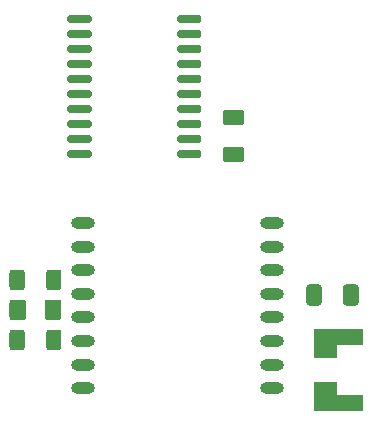
<source format=gtp>
%TF.GenerationSoftware,KiCad,Pcbnew,(5.1.10)-1*%
%TF.CreationDate,2021-12-26T22:15:38+01:00*%
%TF.ProjectId,LORA_ATTINY_v3,4c4f5241-5f41-4545-9449-4e595f76332e,rev?*%
%TF.SameCoordinates,Original*%
%TF.FileFunction,Paste,Top*%
%TF.FilePolarity,Positive*%
%FSLAX46Y46*%
G04 Gerber Fmt 4.6, Leading zero omitted, Abs format (unit mm)*
G04 Created by KiCad (PCBNEW (5.1.10)-1) date 2021-12-26 22:15:38*
%MOMM*%
%LPD*%
G01*
G04 APERTURE LIST*
%ADD10C,0.100000*%
%ADD11O,2.000000X1.000000*%
G04 APERTURE END LIST*
D10*
%TO.C,ANT1*%
G36*
X83973800Y-75728280D02*
G01*
X83973800Y-76828280D01*
X86173800Y-76828280D01*
X86173800Y-78178280D01*
X81973800Y-78178280D01*
X81973800Y-75728280D01*
X83973800Y-75728280D01*
G37*
G36*
X86173800Y-71176600D02*
G01*
X86173800Y-72526600D01*
X83973800Y-72526600D01*
X83973800Y-73626600D01*
X81973800Y-73626600D01*
X81973800Y-71176600D01*
X86173800Y-71176600D01*
G37*
%TD*%
%TO.C,C1*%
G36*
G01*
X75834003Y-57089000D02*
X74533997Y-57089000D01*
G75*
G02*
X74284000Y-56839003I0J249997D01*
G01*
X74284000Y-56013997D01*
G75*
G02*
X74533997Y-55764000I249997J0D01*
G01*
X75834003Y-55764000D01*
G75*
G02*
X76084000Y-56013997I0J-249997D01*
G01*
X76084000Y-56839003D01*
G75*
G02*
X75834003Y-57089000I-249997J0D01*
G01*
G37*
G36*
G01*
X75834003Y-53964000D02*
X74533997Y-53964000D01*
G75*
G02*
X74284000Y-53714003I0J249997D01*
G01*
X74284000Y-52888997D01*
G75*
G02*
X74533997Y-52639000I249997J0D01*
G01*
X75834003Y-52639000D01*
G75*
G02*
X76084000Y-52888997I0J-249997D01*
G01*
X76084000Y-53714003D01*
G75*
G02*
X75834003Y-53964000I-249997J0D01*
G01*
G37*
%TD*%
%TO.C,C2*%
G36*
G01*
X84466000Y-68976003D02*
X84466000Y-67675997D01*
G75*
G02*
X84715997Y-67426000I249997J0D01*
G01*
X85541003Y-67426000D01*
G75*
G02*
X85791000Y-67675997I0J-249997D01*
G01*
X85791000Y-68976003D01*
G75*
G02*
X85541003Y-69226000I-249997J0D01*
G01*
X84715997Y-69226000D01*
G75*
G02*
X84466000Y-68976003I0J249997D01*
G01*
G37*
G36*
G01*
X81341000Y-68976003D02*
X81341000Y-67675997D01*
G75*
G02*
X81590997Y-67426000I249997J0D01*
G01*
X82416003Y-67426000D01*
G75*
G02*
X82666000Y-67675997I0J-249997D01*
G01*
X82666000Y-68976003D01*
G75*
G02*
X82416003Y-69226000I-249997J0D01*
G01*
X81590997Y-69226000D01*
G75*
G02*
X81341000Y-68976003I0J249997D01*
G01*
G37*
%TD*%
%TO.C,D1*%
G36*
G01*
X60620000Y-68971000D02*
X60620000Y-70221000D01*
G75*
G02*
X60370000Y-70471000I-250000J0D01*
G01*
X59445000Y-70471000D01*
G75*
G02*
X59195000Y-70221000I0J250000D01*
G01*
X59195000Y-68971000D01*
G75*
G02*
X59445000Y-68721000I250000J0D01*
G01*
X60370000Y-68721000D01*
G75*
G02*
X60620000Y-68971000I0J-250000D01*
G01*
G37*
G36*
G01*
X57645000Y-68971000D02*
X57645000Y-70221000D01*
G75*
G02*
X57395000Y-70471000I-250000J0D01*
G01*
X56470000Y-70471000D01*
G75*
G02*
X56220000Y-70221000I0J250000D01*
G01*
X56220000Y-68971000D01*
G75*
G02*
X56470000Y-68721000I250000J0D01*
G01*
X57395000Y-68721000D01*
G75*
G02*
X57645000Y-68971000I0J-250000D01*
G01*
G37*
%TD*%
%TO.C,R1*%
G36*
G01*
X59320000Y-67681001D02*
X59320000Y-66430999D01*
G75*
G02*
X59569999Y-66181000I249999J0D01*
G01*
X60370001Y-66181000D01*
G75*
G02*
X60620000Y-66430999I0J-249999D01*
G01*
X60620000Y-67681001D01*
G75*
G02*
X60370001Y-67931000I-249999J0D01*
G01*
X59569999Y-67931000D01*
G75*
G02*
X59320000Y-67681001I0J249999D01*
G01*
G37*
G36*
G01*
X56220000Y-67681001D02*
X56220000Y-66430999D01*
G75*
G02*
X56469999Y-66181000I249999J0D01*
G01*
X57270001Y-66181000D01*
G75*
G02*
X57520000Y-66430999I0J-249999D01*
G01*
X57520000Y-67681001D01*
G75*
G02*
X57270001Y-67931000I-249999J0D01*
G01*
X56469999Y-67931000D01*
G75*
G02*
X56220000Y-67681001I0J249999D01*
G01*
G37*
%TD*%
%TO.C,R2*%
G36*
G01*
X60620000Y-71510999D02*
X60620000Y-72761001D01*
G75*
G02*
X60370001Y-73011000I-249999J0D01*
G01*
X59569999Y-73011000D01*
G75*
G02*
X59320000Y-72761001I0J249999D01*
G01*
X59320000Y-71510999D01*
G75*
G02*
X59569999Y-71261000I249999J0D01*
G01*
X60370001Y-71261000D01*
G75*
G02*
X60620000Y-71510999I0J-249999D01*
G01*
G37*
G36*
G01*
X57520000Y-71510999D02*
X57520000Y-72761001D01*
G75*
G02*
X57270001Y-73011000I-249999J0D01*
G01*
X56469999Y-73011000D01*
G75*
G02*
X56220000Y-72761001I0J249999D01*
G01*
X56220000Y-71510999D01*
G75*
G02*
X56469999Y-71261000I249999J0D01*
G01*
X57270001Y-71261000D01*
G75*
G02*
X57520000Y-71510999I0J-249999D01*
G01*
G37*
%TD*%
D11*
%TO.C,RFM95*%
X62484000Y-62230000D03*
X62484000Y-64230000D03*
X62484000Y-66230000D03*
X62484000Y-68230000D03*
X62484000Y-70230000D03*
X62484000Y-72230000D03*
X62484000Y-74230000D03*
X62484000Y-76230000D03*
X78484000Y-76230000D03*
X78484000Y-74230000D03*
X78484000Y-72230000D03*
X78484000Y-70230000D03*
X78484000Y-68230000D03*
X78484000Y-66230000D03*
X78484000Y-64230000D03*
X78484000Y-62230000D03*
%TD*%
%TO.C,ATTiny 3216*%
G36*
G01*
X72477000Y-56238000D02*
X72477000Y-56538000D01*
G75*
G02*
X72327000Y-56688000I-150000J0D01*
G01*
X70577000Y-56688000D01*
G75*
G02*
X70427000Y-56538000I0J150000D01*
G01*
X70427000Y-56238000D01*
G75*
G02*
X70577000Y-56088000I150000J0D01*
G01*
X72327000Y-56088000D01*
G75*
G02*
X72477000Y-56238000I0J-150000D01*
G01*
G37*
G36*
G01*
X72477000Y-54968000D02*
X72477000Y-55268000D01*
G75*
G02*
X72327000Y-55418000I-150000J0D01*
G01*
X70577000Y-55418000D01*
G75*
G02*
X70427000Y-55268000I0J150000D01*
G01*
X70427000Y-54968000D01*
G75*
G02*
X70577000Y-54818000I150000J0D01*
G01*
X72327000Y-54818000D01*
G75*
G02*
X72477000Y-54968000I0J-150000D01*
G01*
G37*
G36*
G01*
X72477000Y-53698000D02*
X72477000Y-53998000D01*
G75*
G02*
X72327000Y-54148000I-150000J0D01*
G01*
X70577000Y-54148000D01*
G75*
G02*
X70427000Y-53998000I0J150000D01*
G01*
X70427000Y-53698000D01*
G75*
G02*
X70577000Y-53548000I150000J0D01*
G01*
X72327000Y-53548000D01*
G75*
G02*
X72477000Y-53698000I0J-150000D01*
G01*
G37*
G36*
G01*
X72477000Y-52428000D02*
X72477000Y-52728000D01*
G75*
G02*
X72327000Y-52878000I-150000J0D01*
G01*
X70577000Y-52878000D01*
G75*
G02*
X70427000Y-52728000I0J150000D01*
G01*
X70427000Y-52428000D01*
G75*
G02*
X70577000Y-52278000I150000J0D01*
G01*
X72327000Y-52278000D01*
G75*
G02*
X72477000Y-52428000I0J-150000D01*
G01*
G37*
G36*
G01*
X72477000Y-51158000D02*
X72477000Y-51458000D01*
G75*
G02*
X72327000Y-51608000I-150000J0D01*
G01*
X70577000Y-51608000D01*
G75*
G02*
X70427000Y-51458000I0J150000D01*
G01*
X70427000Y-51158000D01*
G75*
G02*
X70577000Y-51008000I150000J0D01*
G01*
X72327000Y-51008000D01*
G75*
G02*
X72477000Y-51158000I0J-150000D01*
G01*
G37*
G36*
G01*
X72477000Y-49888000D02*
X72477000Y-50188000D01*
G75*
G02*
X72327000Y-50338000I-150000J0D01*
G01*
X70577000Y-50338000D01*
G75*
G02*
X70427000Y-50188000I0J150000D01*
G01*
X70427000Y-49888000D01*
G75*
G02*
X70577000Y-49738000I150000J0D01*
G01*
X72327000Y-49738000D01*
G75*
G02*
X72477000Y-49888000I0J-150000D01*
G01*
G37*
G36*
G01*
X72477000Y-48618000D02*
X72477000Y-48918000D01*
G75*
G02*
X72327000Y-49068000I-150000J0D01*
G01*
X70577000Y-49068000D01*
G75*
G02*
X70427000Y-48918000I0J150000D01*
G01*
X70427000Y-48618000D01*
G75*
G02*
X70577000Y-48468000I150000J0D01*
G01*
X72327000Y-48468000D01*
G75*
G02*
X72477000Y-48618000I0J-150000D01*
G01*
G37*
G36*
G01*
X72477000Y-47348000D02*
X72477000Y-47648000D01*
G75*
G02*
X72327000Y-47798000I-150000J0D01*
G01*
X70577000Y-47798000D01*
G75*
G02*
X70427000Y-47648000I0J150000D01*
G01*
X70427000Y-47348000D01*
G75*
G02*
X70577000Y-47198000I150000J0D01*
G01*
X72327000Y-47198000D01*
G75*
G02*
X72477000Y-47348000I0J-150000D01*
G01*
G37*
G36*
G01*
X72477000Y-46078000D02*
X72477000Y-46378000D01*
G75*
G02*
X72327000Y-46528000I-150000J0D01*
G01*
X70577000Y-46528000D01*
G75*
G02*
X70427000Y-46378000I0J150000D01*
G01*
X70427000Y-46078000D01*
G75*
G02*
X70577000Y-45928000I150000J0D01*
G01*
X72327000Y-45928000D01*
G75*
G02*
X72477000Y-46078000I0J-150000D01*
G01*
G37*
G36*
G01*
X72477000Y-44808000D02*
X72477000Y-45108000D01*
G75*
G02*
X72327000Y-45258000I-150000J0D01*
G01*
X70577000Y-45258000D01*
G75*
G02*
X70427000Y-45108000I0J150000D01*
G01*
X70427000Y-44808000D01*
G75*
G02*
X70577000Y-44658000I150000J0D01*
G01*
X72327000Y-44658000D01*
G75*
G02*
X72477000Y-44808000I0J-150000D01*
G01*
G37*
G36*
G01*
X63177000Y-44808000D02*
X63177000Y-45108000D01*
G75*
G02*
X63027000Y-45258000I-150000J0D01*
G01*
X61277000Y-45258000D01*
G75*
G02*
X61127000Y-45108000I0J150000D01*
G01*
X61127000Y-44808000D01*
G75*
G02*
X61277000Y-44658000I150000J0D01*
G01*
X63027000Y-44658000D01*
G75*
G02*
X63177000Y-44808000I0J-150000D01*
G01*
G37*
G36*
G01*
X63177000Y-46078000D02*
X63177000Y-46378000D01*
G75*
G02*
X63027000Y-46528000I-150000J0D01*
G01*
X61277000Y-46528000D01*
G75*
G02*
X61127000Y-46378000I0J150000D01*
G01*
X61127000Y-46078000D01*
G75*
G02*
X61277000Y-45928000I150000J0D01*
G01*
X63027000Y-45928000D01*
G75*
G02*
X63177000Y-46078000I0J-150000D01*
G01*
G37*
G36*
G01*
X63177000Y-47348000D02*
X63177000Y-47648000D01*
G75*
G02*
X63027000Y-47798000I-150000J0D01*
G01*
X61277000Y-47798000D01*
G75*
G02*
X61127000Y-47648000I0J150000D01*
G01*
X61127000Y-47348000D01*
G75*
G02*
X61277000Y-47198000I150000J0D01*
G01*
X63027000Y-47198000D01*
G75*
G02*
X63177000Y-47348000I0J-150000D01*
G01*
G37*
G36*
G01*
X63177000Y-48618000D02*
X63177000Y-48918000D01*
G75*
G02*
X63027000Y-49068000I-150000J0D01*
G01*
X61277000Y-49068000D01*
G75*
G02*
X61127000Y-48918000I0J150000D01*
G01*
X61127000Y-48618000D01*
G75*
G02*
X61277000Y-48468000I150000J0D01*
G01*
X63027000Y-48468000D01*
G75*
G02*
X63177000Y-48618000I0J-150000D01*
G01*
G37*
G36*
G01*
X63177000Y-49888000D02*
X63177000Y-50188000D01*
G75*
G02*
X63027000Y-50338000I-150000J0D01*
G01*
X61277000Y-50338000D01*
G75*
G02*
X61127000Y-50188000I0J150000D01*
G01*
X61127000Y-49888000D01*
G75*
G02*
X61277000Y-49738000I150000J0D01*
G01*
X63027000Y-49738000D01*
G75*
G02*
X63177000Y-49888000I0J-150000D01*
G01*
G37*
G36*
G01*
X63177000Y-51158000D02*
X63177000Y-51458000D01*
G75*
G02*
X63027000Y-51608000I-150000J0D01*
G01*
X61277000Y-51608000D01*
G75*
G02*
X61127000Y-51458000I0J150000D01*
G01*
X61127000Y-51158000D01*
G75*
G02*
X61277000Y-51008000I150000J0D01*
G01*
X63027000Y-51008000D01*
G75*
G02*
X63177000Y-51158000I0J-150000D01*
G01*
G37*
G36*
G01*
X63177000Y-52428000D02*
X63177000Y-52728000D01*
G75*
G02*
X63027000Y-52878000I-150000J0D01*
G01*
X61277000Y-52878000D01*
G75*
G02*
X61127000Y-52728000I0J150000D01*
G01*
X61127000Y-52428000D01*
G75*
G02*
X61277000Y-52278000I150000J0D01*
G01*
X63027000Y-52278000D01*
G75*
G02*
X63177000Y-52428000I0J-150000D01*
G01*
G37*
G36*
G01*
X63177000Y-53698000D02*
X63177000Y-53998000D01*
G75*
G02*
X63027000Y-54148000I-150000J0D01*
G01*
X61277000Y-54148000D01*
G75*
G02*
X61127000Y-53998000I0J150000D01*
G01*
X61127000Y-53698000D01*
G75*
G02*
X61277000Y-53548000I150000J0D01*
G01*
X63027000Y-53548000D01*
G75*
G02*
X63177000Y-53698000I0J-150000D01*
G01*
G37*
G36*
G01*
X63177000Y-54968000D02*
X63177000Y-55268000D01*
G75*
G02*
X63027000Y-55418000I-150000J0D01*
G01*
X61277000Y-55418000D01*
G75*
G02*
X61127000Y-55268000I0J150000D01*
G01*
X61127000Y-54968000D01*
G75*
G02*
X61277000Y-54818000I150000J0D01*
G01*
X63027000Y-54818000D01*
G75*
G02*
X63177000Y-54968000I0J-150000D01*
G01*
G37*
G36*
G01*
X63177000Y-56238000D02*
X63177000Y-56538000D01*
G75*
G02*
X63027000Y-56688000I-150000J0D01*
G01*
X61277000Y-56688000D01*
G75*
G02*
X61127000Y-56538000I0J150000D01*
G01*
X61127000Y-56238000D01*
G75*
G02*
X61277000Y-56088000I150000J0D01*
G01*
X63027000Y-56088000D01*
G75*
G02*
X63177000Y-56238000I0J-150000D01*
G01*
G37*
%TD*%
M02*

</source>
